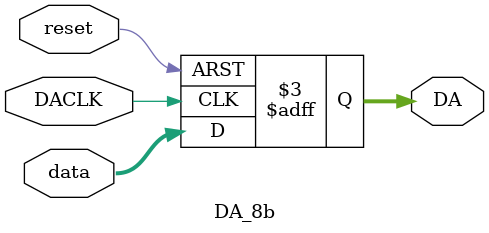
<source format=v>
module DA_8b(
//AD9708接口——8位高速DA转换芯片，最大转换速度为125MSPS
//数据在时钟的上升沿锁存，因此我们可以在时钟的下降沿发送数据
input           DACLK,      //DA时钟，上升沿触发锁存
input           reset,      //
input   [7:0]   data,       //

output  reg [7:0]   DA           //8位DA数据
);

always@(negedge DACLK or negedge reset)
begin
    if(!reset)
        DA<=8'd0;
    else
        DA<=data;
end

endmodule

</source>
